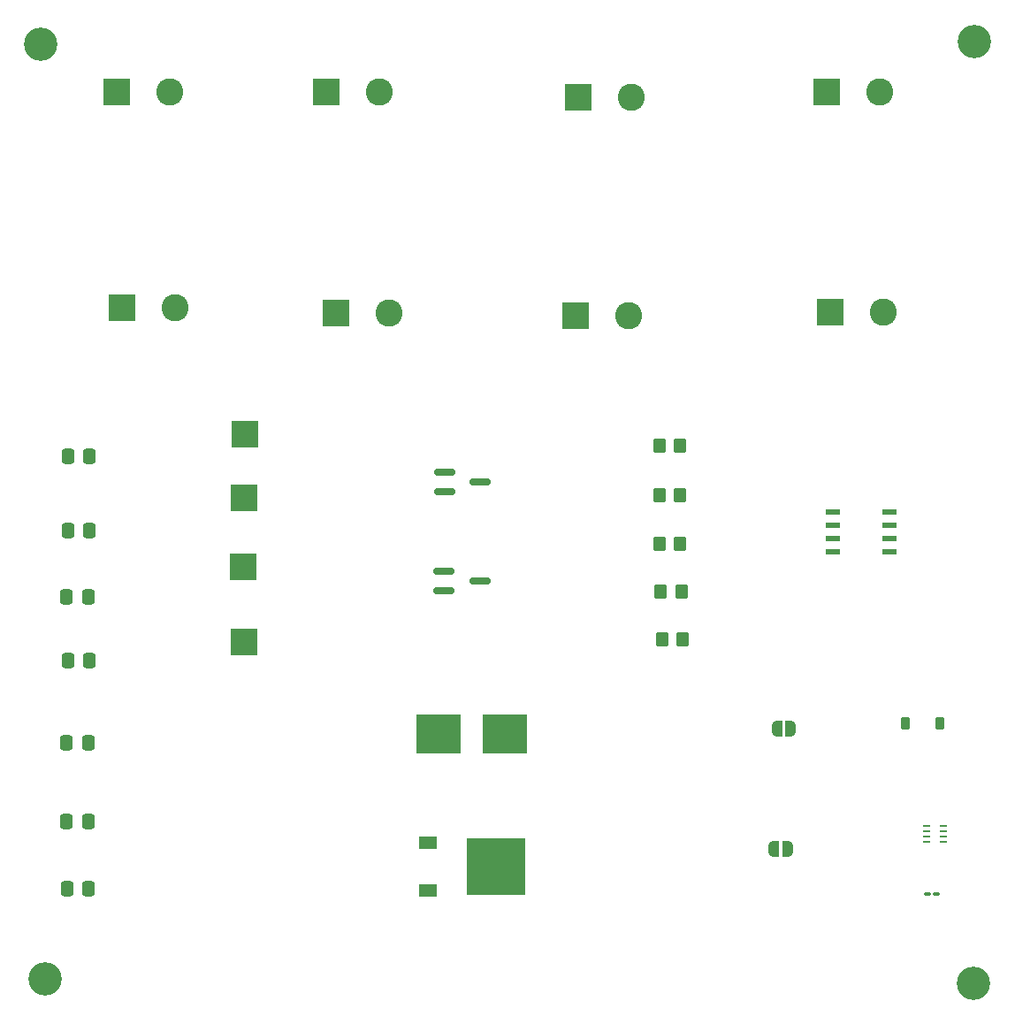
<source format=gbr>
%TF.GenerationSoftware,KiCad,Pcbnew,8.0.4*%
%TF.CreationDate,2024-10-22T18:55:11-05:00*%
%TF.ProjectId,PCB_split,5043425f-7370-46c6-9974-2e6b69636164,rev?*%
%TF.SameCoordinates,Original*%
%TF.FileFunction,Soldermask,Top*%
%TF.FilePolarity,Negative*%
%FSLAX46Y46*%
G04 Gerber Fmt 4.6, Leading zero omitted, Abs format (unit mm)*
G04 Created by KiCad (PCBNEW 8.0.4) date 2024-10-22 18:55:11*
%MOMM*%
%LPD*%
G01*
G04 APERTURE LIST*
G04 Aperture macros list*
%AMRoundRect*
0 Rectangle with rounded corners*
0 $1 Rounding radius*
0 $2 $3 $4 $5 $6 $7 $8 $9 X,Y pos of 4 corners*
0 Add a 4 corners polygon primitive as box body*
4,1,4,$2,$3,$4,$5,$6,$7,$8,$9,$2,$3,0*
0 Add four circle primitives for the rounded corners*
1,1,$1+$1,$2,$3*
1,1,$1+$1,$4,$5*
1,1,$1+$1,$6,$7*
1,1,$1+$1,$8,$9*
0 Add four rect primitives between the rounded corners*
20,1,$1+$1,$2,$3,$4,$5,0*
20,1,$1+$1,$4,$5,$6,$7,0*
20,1,$1+$1,$6,$7,$8,$9,0*
20,1,$1+$1,$8,$9,$2,$3,0*%
%AMFreePoly0*
4,1,19,0.500000,-0.750000,0.000000,-0.750000,0.000000,-0.744911,-0.071157,-0.744911,-0.207708,-0.704816,-0.327430,-0.627875,-0.420627,-0.520320,-0.479746,-0.390866,-0.500000,-0.250000,-0.500000,0.250000,-0.479746,0.390866,-0.420627,0.520320,-0.327430,0.627875,-0.207708,0.704816,-0.071157,0.744911,0.000000,0.744911,0.000000,0.750000,0.500000,0.750000,0.500000,-0.750000,0.500000,-0.750000,
$1*%
%AMFreePoly1*
4,1,19,0.000000,0.744911,0.071157,0.744911,0.207708,0.704816,0.327430,0.627875,0.420627,0.520320,0.479746,0.390866,0.500000,0.250000,0.500000,-0.250000,0.479746,-0.390866,0.420627,-0.520320,0.327430,-0.627875,0.207708,-0.704816,0.071157,-0.744911,0.000000,-0.744911,0.000000,-0.750000,-0.500000,-0.750000,-0.500000,0.750000,0.000000,0.750000,0.000000,0.744911,0.000000,0.744911,
$1*%
G04 Aperture macros list end*
%ADD10RoundRect,0.250000X-0.337500X-0.475000X0.337500X-0.475000X0.337500X0.475000X-0.337500X0.475000X0*%
%ADD11FreePoly0,0.000000*%
%ADD12FreePoly1,0.000000*%
%ADD13RoundRect,0.250000X-0.350000X-0.450000X0.350000X-0.450000X0.350000X0.450000X-0.350000X0.450000X0*%
%ADD14C,3.200000*%
%ADD15C,2.600000*%
%ADD16R,2.600000X2.600000*%
%ADD17R,2.500000X2.500000*%
%ADD18R,0.711200X0.228600*%
%ADD19R,5.699998X5.499999*%
%ADD20R,1.699999X1.300000*%
%ADD21R,4.240000X3.810000*%
%ADD22RoundRect,0.162500X-0.837500X-0.162500X0.837500X-0.162500X0.837500X0.162500X-0.837500X0.162500X0*%
%ADD23R,1.460500X0.558800*%
%ADD24RoundRect,0.225000X-0.225000X-0.375000X0.225000X-0.375000X0.225000X0.375000X-0.225000X0.375000X0*%
%ADD25RoundRect,0.100000X-0.217500X-0.100000X0.217500X-0.100000X0.217500X0.100000X-0.217500X0.100000X0*%
G04 APERTURE END LIST*
D10*
%TO.C,C5*%
X97514500Y-104267000D03*
X95439500Y-104267000D03*
%TD*%
D11*
%TO.C,JP2*%
X163165000Y-114427000D03*
D12*
X164465000Y-114427000D03*
%TD*%
D10*
%TO.C,C6*%
X97514500Y-111760000D03*
X95439500Y-111760000D03*
%TD*%
%TO.C,C7*%
X97536000Y-118237000D03*
X95461000Y-118237000D03*
%TD*%
%TO.C,C4*%
X97641500Y-96393000D03*
X95566500Y-96393000D03*
%TD*%
D13*
%TO.C,R2*%
X154178000Y-80518000D03*
X152178000Y-80518000D03*
%TD*%
D14*
%TO.C,H4*%
X182245000Y-127254000D03*
%TD*%
D15*
%TO.C,J6*%
X149282150Y-63373000D03*
D16*
X144202150Y-63373000D03*
%TD*%
D17*
%TO.C,TP4*%
X112395000Y-94615000D03*
%TD*%
D10*
%TO.C,C1*%
X97641500Y-76835000D03*
X95566500Y-76835000D03*
%TD*%
D18*
%TO.C,U2*%
X177804376Y-112256811D03*
X177804376Y-112756937D03*
X177804376Y-113257063D03*
X177804376Y-113757189D03*
X179404576Y-113757189D03*
X179404576Y-113257063D03*
X179404576Y-112756937D03*
X179404576Y-112256811D03*
%TD*%
D19*
%TO.C,U1*%
X136506001Y-116078000D03*
D20*
X130066001Y-118362999D03*
X130066001Y-113793001D03*
%TD*%
D14*
%TO.C,H2*%
X182372000Y-37084000D03*
%TD*%
D15*
%TO.C,J7*%
X173285150Y-41910000D03*
D16*
X168205150Y-41910000D03*
%TD*%
D11*
%TO.C,JP1*%
X163449000Y-102870000D03*
D12*
X164749000Y-102870000D03*
%TD*%
D15*
%TO.C,J4*%
X126295150Y-63119000D03*
D16*
X121215150Y-63119000D03*
%TD*%
D21*
%TO.C,F1*%
X137414000Y-103378000D03*
X131044000Y-103378000D03*
%TD*%
D15*
%TO.C,J2*%
X105848150Y-62611000D03*
D16*
X100768150Y-62611000D03*
%TD*%
D13*
%TO.C,R5*%
X154432000Y-94361000D03*
X152432000Y-94361000D03*
%TD*%
D22*
%TO.C,D2*%
X135049150Y-79309000D03*
X131629150Y-80259000D03*
X131629150Y-78359000D03*
%TD*%
D15*
%TO.C,J5*%
X149531150Y-42469000D03*
D16*
X144451150Y-42469000D03*
%TD*%
D13*
%TO.C,R1*%
X154178000Y-75819000D03*
X152178000Y-75819000D03*
%TD*%
D23*
%TO.C,Q1*%
X168795700Y-82169000D03*
X168795700Y-83439000D03*
X168795700Y-84709000D03*
X168795700Y-85979000D03*
X174244000Y-85979000D03*
X174244000Y-84709000D03*
X174244000Y-83439000D03*
X174244000Y-82169000D03*
%TD*%
D17*
%TO.C,TP2*%
X112395000Y-80772000D03*
%TD*%
D24*
%TO.C,D1*%
X175770000Y-102362000D03*
X179070000Y-102362000D03*
%TD*%
D10*
%TO.C,C3*%
X97514500Y-90297000D03*
X95439500Y-90297000D03*
%TD*%
D17*
%TO.C,TP1*%
X112522000Y-74676000D03*
%TD*%
D22*
%TO.C,D3*%
X135001000Y-88773000D03*
X131581000Y-89723000D03*
X131581000Y-87823000D03*
%TD*%
D13*
%TO.C,R4*%
X154305000Y-89789000D03*
X152305000Y-89789000D03*
%TD*%
D15*
%TO.C,J1*%
X105335150Y-41961000D03*
D16*
X100255150Y-41961000D03*
%TD*%
D17*
%TO.C,TP3*%
X112325150Y-87398000D03*
%TD*%
D15*
%TO.C,J8*%
X173666150Y-62992000D03*
D16*
X168586150Y-62992000D03*
%TD*%
D15*
%TO.C,J3*%
X125406150Y-41910000D03*
D16*
X120326150Y-41910000D03*
%TD*%
D13*
%TO.C,R3*%
X154178000Y-85217000D03*
X152178000Y-85217000D03*
%TD*%
D25*
%TO.C,L1*%
X178715500Y-118745000D03*
X177900500Y-118745000D03*
%TD*%
D10*
%TO.C,C2*%
X97641500Y-83947000D03*
X95566500Y-83947000D03*
%TD*%
D14*
%TO.C,H1*%
X92964000Y-37338000D03*
%TD*%
%TO.C,H3*%
X93345000Y-126873000D03*
%TD*%
M02*

</source>
